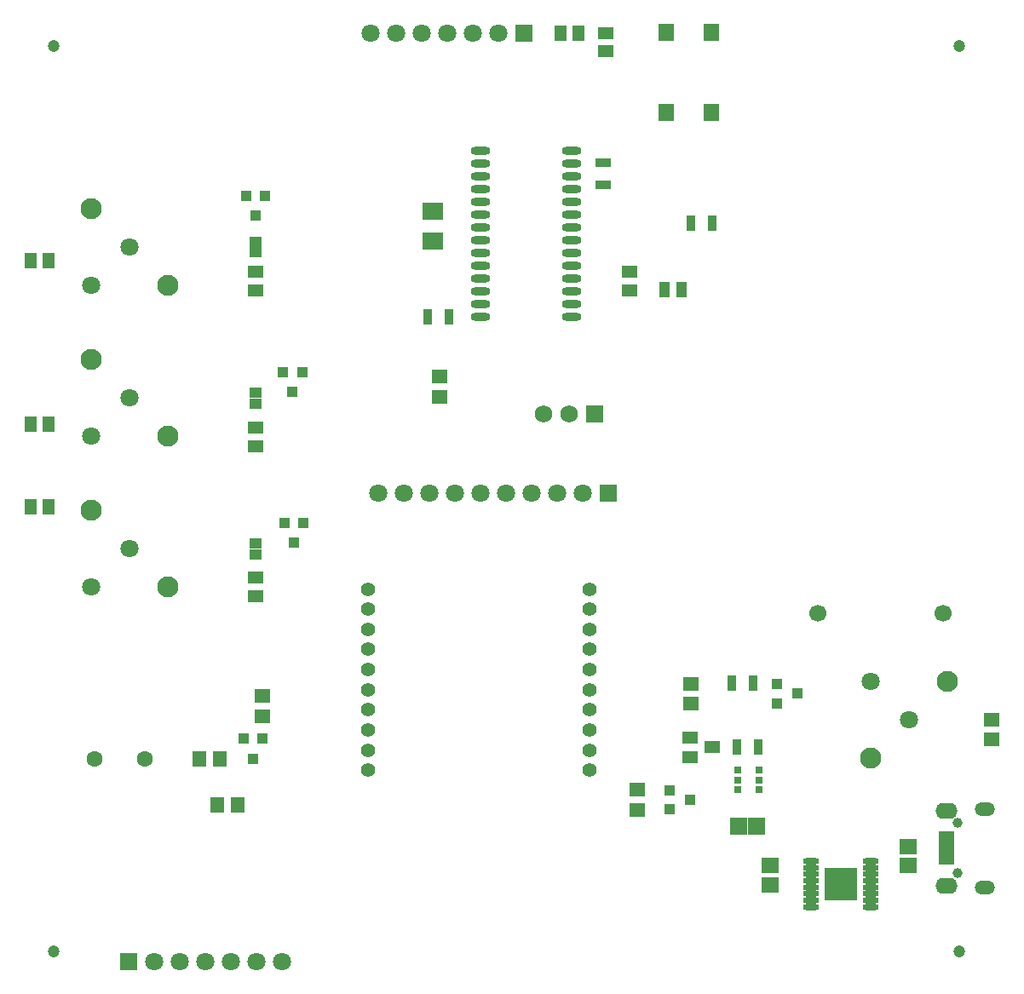
<source format=gbr>
%TF.GenerationSoftware,Altium Limited,Altium Designer,19.1.6 (110)*%
G04 Layer_Color=8388736*
%FSLAX43Y43*%
%MOMM*%
%TF.FileFunction,Soldermask,Top*%
%TF.Part,Single*%
G01*
G75*
%TA.AperFunction,ComponentPad*%
%ADD33C,1.600*%
%ADD38C,1.400*%
%ADD47C,1.800*%
%ADD48R,1.800X1.800*%
%ADD49R,1.750X1.750*%
%ADD50C,1.750*%
%ADD51C,1.700*%
%ADD52O,2.000X1.350*%
%ADD53C,1.000*%
%ADD54O,2.200X1.600*%
%ADD55C,2.100*%
%TA.AperFunction,WasherPad*%
%ADD56C,1.200*%
%TA.AperFunction,SMDPad,CuDef*%
%ADD63R,1.650X1.400*%
%ADD64O,1.950X0.800*%
%ADD65R,1.500X1.750*%
%ADD66R,1.200X1.550*%
%ADD67R,1.050X1.500*%
%ADD68R,1.600X1.250*%
%ADD69R,1.100X1.000*%
%ADD70R,1.600X1.200*%
%ADD71R,0.700X0.650*%
%ADD72R,2.100X1.700*%
%ADD73R,1.700X1.600*%
%ADD74R,1.700X1.750*%
%ADD75R,0.950X1.650*%
%ADD76O,1.600X0.650*%
%ADD77R,3.300X3.300*%
%ADD78R,1.500X0.650*%
%ADD79R,1.300X1.000*%
%ADD80R,1.000X1.100*%
%ADD81R,1.550X1.200*%
%ADD82R,1.400X1.650*%
%ADD83R,1.650X0.950*%
D33*
X9057Y24130D02*
D03*
X14057D02*
D03*
D38*
X58244Y41000D02*
D03*
Y37000D02*
D03*
Y39000D02*
D03*
Y33000D02*
D03*
Y31000D02*
D03*
Y35000D02*
D03*
Y27000D02*
D03*
Y29000D02*
D03*
Y25000D02*
D03*
Y23000D02*
D03*
X36244Y41000D02*
D03*
Y37000D02*
D03*
Y39000D02*
D03*
Y33000D02*
D03*
Y31000D02*
D03*
Y35000D02*
D03*
Y27000D02*
D03*
Y29000D02*
D03*
Y23000D02*
D03*
Y25000D02*
D03*
D47*
X14920Y4000D02*
D03*
X17460D02*
D03*
X20000D02*
D03*
X22540D02*
D03*
X25080D02*
D03*
X27620D02*
D03*
X37211Y50546D02*
D03*
X42291D02*
D03*
X47371D02*
D03*
X52451D02*
D03*
X57531D02*
D03*
X54991D02*
D03*
X49911D02*
D03*
X44831D02*
D03*
X39751D02*
D03*
X49149Y96266D02*
D03*
X46609D02*
D03*
X44069D02*
D03*
X41529D02*
D03*
X38989D02*
D03*
X36449D02*
D03*
X12500Y75000D02*
D03*
X8690Y71190D02*
D03*
Y56190D02*
D03*
X12500Y60000D02*
D03*
X8690Y41190D02*
D03*
X12500Y45000D02*
D03*
X86190Y31810D02*
D03*
X90000Y28000D02*
D03*
D48*
X12380Y4000D02*
D03*
X60071Y50546D02*
D03*
X51689Y96266D02*
D03*
D49*
X58714Y58404D02*
D03*
D50*
X53634D02*
D03*
X56174D02*
D03*
D51*
X93372Y38611D02*
D03*
X80872D02*
D03*
D52*
X97526Y19115D02*
D03*
Y11365D02*
D03*
D53*
X94826Y17740D02*
D03*
Y12740D02*
D03*
D54*
X93726Y18965D02*
D03*
Y11515D02*
D03*
D55*
X8690Y78810D02*
D03*
X16310Y71190D02*
D03*
Y56190D02*
D03*
X8690Y63810D02*
D03*
X16310Y41190D02*
D03*
X8690Y48810D02*
D03*
X86190Y24190D02*
D03*
X93810Y31810D02*
D03*
D56*
X5000Y5000D02*
D03*
X95000D02*
D03*
Y95000D02*
D03*
X5000D02*
D03*
D63*
X43355Y62100D02*
D03*
Y60100D02*
D03*
X25715Y28378D02*
D03*
Y30378D02*
D03*
X62992Y21066D02*
D03*
Y19066D02*
D03*
X98171Y28051D02*
D03*
Y26051D02*
D03*
X68326Y31607D02*
D03*
Y29607D02*
D03*
D64*
X56468Y83312D02*
D03*
Y82042D02*
D03*
Y84582D02*
D03*
Y79502D02*
D03*
Y78232D02*
D03*
Y80772D02*
D03*
Y76962D02*
D03*
Y74422D02*
D03*
Y73152D02*
D03*
Y75692D02*
D03*
Y71882D02*
D03*
Y70612D02*
D03*
Y68072D02*
D03*
Y69342D02*
D03*
X47418Y83312D02*
D03*
Y82042D02*
D03*
Y84582D02*
D03*
Y79502D02*
D03*
Y78232D02*
D03*
Y80772D02*
D03*
Y75692D02*
D03*
Y74422D02*
D03*
Y76962D02*
D03*
Y71882D02*
D03*
Y70612D02*
D03*
Y73152D02*
D03*
Y68072D02*
D03*
Y69342D02*
D03*
D65*
X70322Y96304D02*
D03*
X65822D02*
D03*
X70322Y88354D02*
D03*
X65822D02*
D03*
D66*
X4456Y49149D02*
D03*
X2656D02*
D03*
X55361Y96266D02*
D03*
X57161D02*
D03*
X2656Y73660D02*
D03*
X4456D02*
D03*
X2656Y57404D02*
D03*
X4456D02*
D03*
D67*
X67398Y70739D02*
D03*
X65698D02*
D03*
D68*
X62230Y72578D02*
D03*
Y70678D02*
D03*
X25019Y72578D02*
D03*
Y70678D02*
D03*
X25019Y55184D02*
D03*
Y57084D02*
D03*
X25019Y40256D02*
D03*
Y42156D02*
D03*
D69*
X78851Y30607D02*
D03*
X76851Y29657D02*
D03*
Y31557D02*
D03*
X66183Y21016D02*
D03*
Y19116D02*
D03*
X68183Y20066D02*
D03*
D70*
X70442Y25273D02*
D03*
X68242Y26223D02*
D03*
Y24323D02*
D03*
D71*
X75057Y22982D02*
D03*
Y22032D02*
D03*
Y21082D02*
D03*
X72957Y22982D02*
D03*
Y22032D02*
D03*
Y21082D02*
D03*
D72*
X42672Y78589D02*
D03*
Y75589D02*
D03*
D73*
X76200Y13523D02*
D03*
Y11623D02*
D03*
X89916Y13528D02*
D03*
Y15428D02*
D03*
D74*
X74814Y17399D02*
D03*
X73014D02*
D03*
D75*
X74481Y31623D02*
D03*
X72331D02*
D03*
X68267Y77343D02*
D03*
X70417D02*
D03*
X44255Y68072D02*
D03*
X42105D02*
D03*
X72839Y25273D02*
D03*
X74989D02*
D03*
D76*
X86135Y13959D02*
D03*
Y13309D02*
D03*
Y12659D02*
D03*
Y12009D02*
D03*
Y11359D02*
D03*
Y10709D02*
D03*
Y9409D02*
D03*
Y10059D02*
D03*
X80235Y13959D02*
D03*
Y12659D02*
D03*
Y12009D02*
D03*
Y13309D02*
D03*
Y10709D02*
D03*
Y11359D02*
D03*
Y9409D02*
D03*
Y10059D02*
D03*
D77*
X83185Y11684D02*
D03*
D78*
X93726Y16540D02*
D03*
Y15240D02*
D03*
Y15890D02*
D03*
Y14590D02*
D03*
Y13940D02*
D03*
D79*
X25000Y45550D02*
D03*
Y44450D02*
D03*
Y74450D02*
D03*
Y75550D02*
D03*
Y59450D02*
D03*
Y60550D02*
D03*
D80*
X25715Y26146D02*
D03*
X23815D02*
D03*
X24765Y24146D02*
D03*
X25969Y80121D02*
D03*
X24069D02*
D03*
X25019Y78121D02*
D03*
X29652Y62595D02*
D03*
X27752D02*
D03*
X28702Y60595D02*
D03*
X29779Y47609D02*
D03*
X27879D02*
D03*
X28829Y45609D02*
D03*
D81*
X59817Y96277D02*
D03*
Y94477D02*
D03*
D82*
X21225Y19558D02*
D03*
X23225D02*
D03*
X19475Y24146D02*
D03*
X21475D02*
D03*
D83*
X59563Y83371D02*
D03*
Y81221D02*
D03*
%TF.MD5,6b2bf2bc980d56241ca2fe3274c82d7b*%
M02*

</source>
